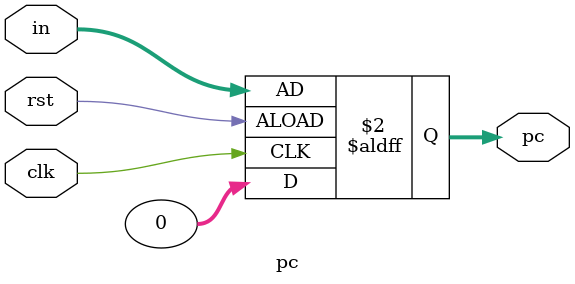
<source format=v>
`timescale 1ns / 1ps

module pc(
    input wire          clk,
    input wire          rst,
    input wire [31:0]   in,//加法器计算所得下一条指令地址
    output reg [31:0]   pc
);

always @(posedge clk, negedge rst) begin
    if(rst)
        pc <= 32'b0;//置位时PC为0
    else
        pc <= in;//否则PC值为加法器所计算的结果
end

endmodule
</source>
